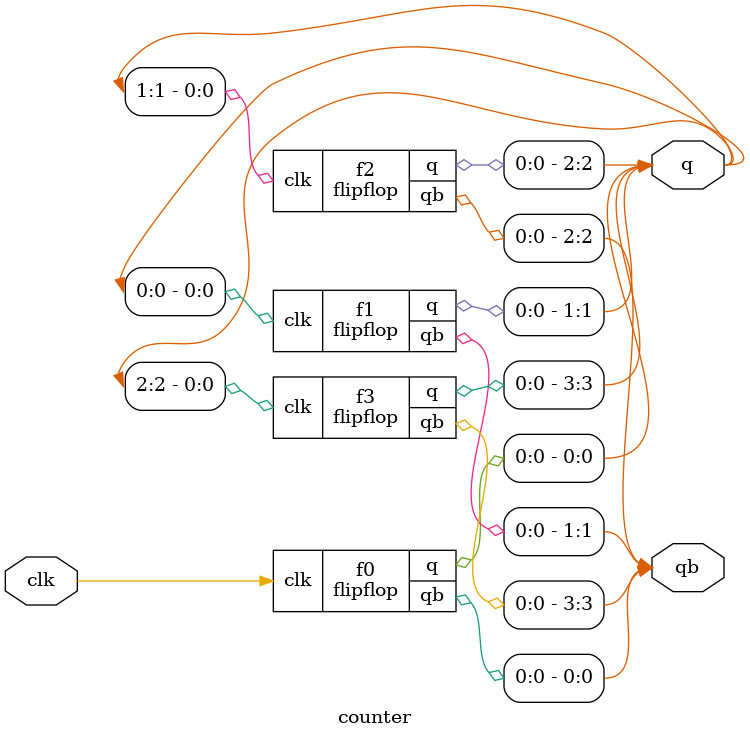
<source format=sv>
module flipflop (clk,q,qb);
  input clk;
  output reg q = 0,qb;
  always @(posedge clk) begin 
    q<=~q; qb<=~q;
  end
endmodule

module counter (clk,q,qb);
  input clk;
  output [3:0] q,qb;
  wire a,b;
  flipflop f0 (clk,q[0],qb[0]);
  flipflop f1 (q[0],q[1],qb[1]);
  flipflop f2 (q[1],q[2],qb[2]);
  flipflop f3 (q[2],q[3],qb[3]);
endmodule
  

</source>
